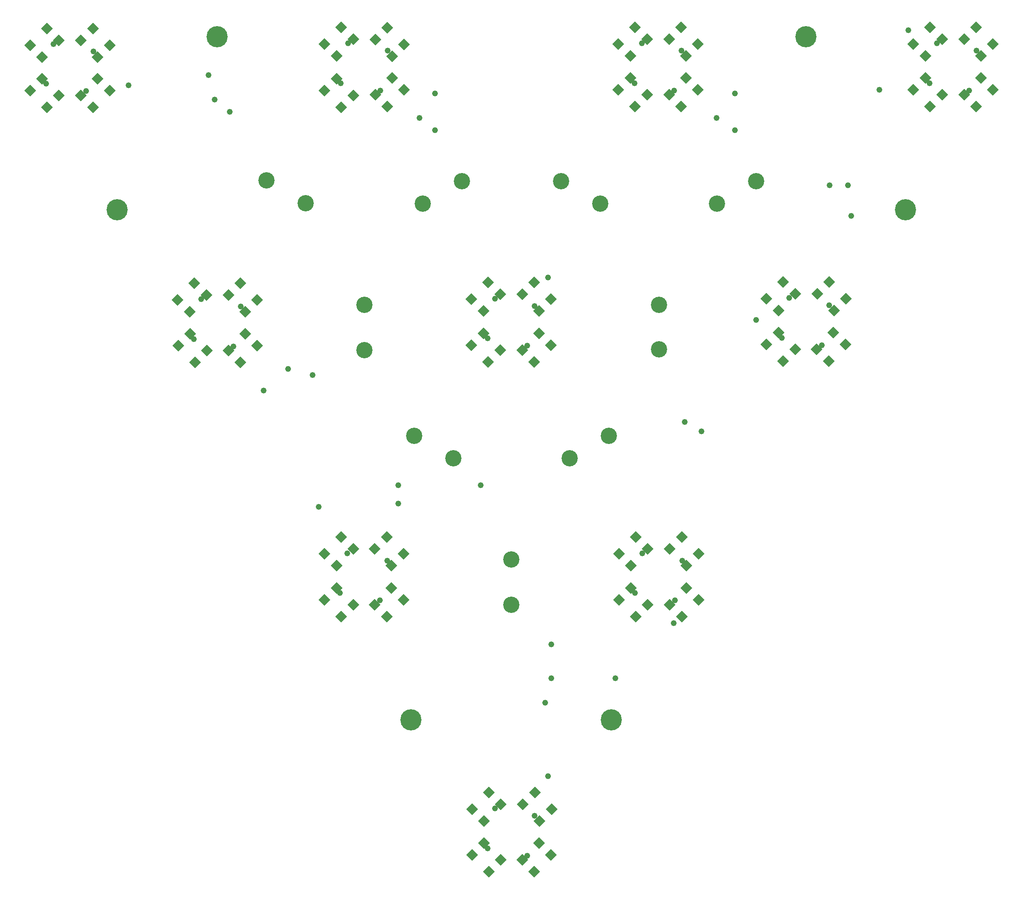
<source format=gts>
%FSLAX25Y25*%
%MOIN*%
G70*
G01*
G75*
G04 Layer_Color=128*
%ADD10P,0.08352X4X90.0*%
%ADD11P,0.08352X4X180.0*%
%ADD12C,0.05000*%
%ADD13C,0.02500*%
%ADD14C,0.16500*%
%ADD15C,0.04000*%
%ADD16C,0.12500*%
%ADD17R,0.05000X0.08000*%
%ADD18R,0.08000X0.05000*%
G04:AMPARAMS|DCode=19|XSize=122.05mil|YSize=177.16mil|CornerRadius=0mil|HoleSize=0mil|Usage=FLASHONLY|Rotation=210.000|XOffset=0mil|YOffset=0mil|HoleType=Round|Shape=Rectangle|*
%AMROTATEDRECTD19*
4,1,4,0.00856,0.10723,0.09714,-0.04620,-0.00856,-0.10723,-0.09714,0.04620,0.00856,0.10723,0.0*
%
%ADD19ROTATEDRECTD19*%

G04:AMPARAMS|DCode=20|XSize=122.05mil|YSize=177.16mil|CornerRadius=0mil|HoleSize=0mil|Usage=FLASHONLY|Rotation=150.000|XOffset=0mil|YOffset=0mil|HoleType=Round|Shape=Rectangle|*
%AMROTATEDRECTD20*
4,1,4,0.09714,0.04620,0.00856,-0.10723,-0.09714,-0.04620,-0.00856,0.10723,0.09714,0.04620,0.0*
%
%ADD20ROTATEDRECTD20*%

%ADD21R,0.17716X0.12205*%
%ADD22C,0.01000*%
%ADD23C,0.01200*%
%ADD24C,0.01500*%
%ADD25P,0.06937X4X90.0*%
%ADD26P,0.06937X4X180.0*%
%ADD27R,0.04000X0.07000*%
%ADD28R,0.07000X0.04000*%
G04:AMPARAMS|DCode=29|XSize=112.05mil|YSize=167.16mil|CornerRadius=0mil|HoleSize=0mil|Usage=FLASHONLY|Rotation=210.000|XOffset=0mil|YOffset=0mil|HoleType=Round|Shape=Rectangle|*
%AMROTATEDRECTD29*
4,1,4,0.00673,0.10040,0.09031,-0.04437,-0.00673,-0.10040,-0.09031,0.04437,0.00673,0.10040,0.0*
%
%ADD29ROTATEDRECTD29*%

G04:AMPARAMS|DCode=30|XSize=112.05mil|YSize=167.16mil|CornerRadius=0mil|HoleSize=0mil|Usage=FLASHONLY|Rotation=150.000|XOffset=0mil|YOffset=0mil|HoleType=Round|Shape=Rectangle|*
%AMROTATEDRECTD30*
4,1,4,0.09031,0.04437,0.00673,-0.10040,-0.09031,-0.04437,-0.00673,0.10040,0.09031,0.04437,0.0*
%
%ADD30ROTATEDRECTD30*%

%ADD31R,0.16716X0.11205*%
%ADD32P,0.09483X4X90.0*%
%ADD33P,0.09483X4X180.0*%
%ADD34C,0.17300*%
%ADD35C,0.04800*%
%ADD36C,0.13300*%
D32*
X897051Y834808D02*
D03*
X887308Y844551D02*
D03*
X910692Y848449D02*
D03*
X900949Y858192D02*
D03*
X942449Y816692D02*
D03*
X952192Y806949D02*
D03*
X928808Y803051D02*
D03*
X938551Y793308D02*
D03*
X1303449Y1025192D02*
D03*
X1313192Y1015449D02*
D03*
X1289808Y1011551D02*
D03*
X1299551Y1001808D02*
D03*
X1258051Y1043308D02*
D03*
X1248308Y1053051D02*
D03*
X1271692Y1056949D02*
D03*
X1261949Y1066692D02*
D03*
X1182949Y817192D02*
D03*
X1192692Y807449D02*
D03*
X1169308Y803551D02*
D03*
X1179051Y793808D02*
D03*
X1138051Y835308D02*
D03*
X1128308Y845051D02*
D03*
X1151692Y848949D02*
D03*
X1141949Y858692D02*
D03*
X1062449Y1025192D02*
D03*
X1072192Y1015449D02*
D03*
X1048808Y1011551D02*
D03*
X1058551Y1001808D02*
D03*
X1017051Y1043308D02*
D03*
X1007308Y1053051D02*
D03*
X1030692Y1056949D02*
D03*
X1020949Y1066692D02*
D03*
X698551Y792808D02*
D03*
X688808Y802551D02*
D03*
X712192Y806449D02*
D03*
X702449Y816192D02*
D03*
X660949Y857692D02*
D03*
X670692Y847949D02*
D03*
X647308Y844051D02*
D03*
X657051Y834308D02*
D03*
X938551Y376808D02*
D03*
X928808Y386551D02*
D03*
X952192Y390449D02*
D03*
X942449Y400192D02*
D03*
X911192Y431949D02*
D03*
X887808Y428051D02*
D03*
X897551Y418308D02*
D03*
X540449Y1065692D02*
D03*
X550192Y1055949D02*
D03*
X526808Y1052051D02*
D03*
X536551Y1042308D02*
D03*
X578051Y1001308D02*
D03*
X568308Y1011051D02*
D03*
X591692Y1014949D02*
D03*
X581949Y1024692D02*
D03*
X818051Y585308D02*
D03*
X808308Y595051D02*
D03*
X831692Y598949D02*
D03*
X780949Y650192D02*
D03*
X790692Y640449D02*
D03*
X767308Y636551D02*
D03*
X777051Y626808D02*
D03*
X780949Y1066692D02*
D03*
X790692Y1056949D02*
D03*
X767308Y1053051D02*
D03*
X777051Y1043308D02*
D03*
X818551Y1001808D02*
D03*
X808808Y1011551D02*
D03*
X832192Y1015449D02*
D03*
X822449Y1025192D02*
D03*
X1021449Y650192D02*
D03*
X1031192Y640449D02*
D03*
X1007808Y636551D02*
D03*
X1017551Y626808D02*
D03*
X1059051Y585308D02*
D03*
X1049308Y595051D02*
D03*
X1072692Y598949D02*
D03*
X1062949Y608692D02*
D03*
X821949D02*
D03*
X901449Y441692D02*
D03*
D33*
X910692Y803051D02*
D03*
X900949Y793308D02*
D03*
X897051Y816692D02*
D03*
X887308Y806949D02*
D03*
X928808Y848449D02*
D03*
X938551Y858192D02*
D03*
X942449Y834808D02*
D03*
X952192Y844551D02*
D03*
X1271692Y1011551D02*
D03*
X1261949Y1001808D02*
D03*
X1258051Y1025192D02*
D03*
X1248308Y1015449D02*
D03*
X1289808Y1056949D02*
D03*
X1299551Y1066692D02*
D03*
X1303449Y1043308D02*
D03*
X1313192Y1053051D02*
D03*
X1169808Y848949D02*
D03*
X1179551Y858692D02*
D03*
X1183449Y835308D02*
D03*
X1193192Y845051D02*
D03*
X1048808Y1056949D02*
D03*
X1058551Y1066692D02*
D03*
X1062449Y1043308D02*
D03*
X1072192Y1053051D02*
D03*
X1030692Y1011551D02*
D03*
X1020949Y1001808D02*
D03*
X1017051Y1025192D02*
D03*
X1007308Y1015449D02*
D03*
X647808Y806449D02*
D03*
X657551Y816192D02*
D03*
X661449Y792808D02*
D03*
X671192Y802551D02*
D03*
X712192Y844051D02*
D03*
X702449Y834308D02*
D03*
X698551Y857692D02*
D03*
X688808Y847949D02*
D03*
X952692Y428051D02*
D03*
X942949Y418308D02*
D03*
X939051Y441692D02*
D03*
X929308Y431949D02*
D03*
X887808Y390449D02*
D03*
X897551Y400192D02*
D03*
X901449Y376808D02*
D03*
X911192Y386551D02*
D03*
X526808Y1014949D02*
D03*
X536551Y1024692D02*
D03*
X540449Y1001308D02*
D03*
X550192Y1011051D02*
D03*
X591692Y1052051D02*
D03*
X581949Y1042308D02*
D03*
X578051Y1065692D02*
D03*
X568308Y1055949D02*
D03*
X767308Y598949D02*
D03*
X777051Y608692D02*
D03*
X780949Y585308D02*
D03*
X790692Y595051D02*
D03*
X831692Y636551D02*
D03*
X821949Y626808D02*
D03*
X818051Y650192D02*
D03*
X808308Y640449D02*
D03*
X767308Y1014949D02*
D03*
X777051Y1024692D02*
D03*
X780949Y1001308D02*
D03*
X790692Y1011051D02*
D03*
X832192Y1052551D02*
D03*
X822449Y1042808D02*
D03*
X818551Y1066192D02*
D03*
X808808Y1056449D02*
D03*
X1007808Y598949D02*
D03*
X1017551Y608692D02*
D03*
X1021449Y585308D02*
D03*
X1031192Y595051D02*
D03*
X1072692Y636551D02*
D03*
X1062949Y626808D02*
D03*
X1059051Y650192D02*
D03*
X1049308Y640449D02*
D03*
X1128308Y807449D02*
D03*
X1138051Y817192D02*
D03*
X1141949Y793808D02*
D03*
X1151692Y803551D02*
D03*
D34*
X1160500Y1059000D02*
D03*
X1242000Y917500D02*
D03*
X838000Y501000D02*
D03*
X1001500D02*
D03*
X679500Y1059000D02*
D03*
X598000Y917500D02*
D03*
D35*
X762500Y675000D02*
D03*
X827500Y692500D02*
D03*
Y677500D02*
D03*
X717500Y770000D02*
D03*
X757500Y782500D02*
D03*
X737500Y787500D02*
D03*
X607133Y1019210D02*
D03*
X672500Y1027500D02*
D03*
X690000Y997500D02*
D03*
X677500Y1007500D02*
D03*
X1197500Y912500D02*
D03*
X1102500Y1012500D02*
D03*
X1087500Y992500D02*
D03*
X1102500Y982500D02*
D03*
X857500Y1012500D02*
D03*
X947500Y515000D02*
D03*
X1075258Y736689D02*
D03*
X1195000Y937500D02*
D03*
X845000Y992500D02*
D03*
X1180000Y937500D02*
D03*
X1061531Y744408D02*
D03*
X857500Y982500D02*
D03*
X933000Y390000D02*
D03*
X939000Y422500D02*
D03*
X906500Y428500D02*
D03*
X900500Y396000D02*
D03*
X812500Y598500D02*
D03*
X818500Y631000D02*
D03*
X786000Y637000D02*
D03*
X780000Y604500D02*
D03*
X1053500Y598500D02*
D03*
X1059500Y631000D02*
D03*
X1027000Y637000D02*
D03*
X1021000Y604500D02*
D03*
X1173500Y807000D02*
D03*
X1179500Y839500D02*
D03*
X1147000Y845500D02*
D03*
X1141000Y813000D02*
D03*
X933000Y806500D02*
D03*
X939000Y839000D02*
D03*
X906500Y845000D02*
D03*
X900500Y812500D02*
D03*
X693000Y806000D02*
D03*
X699000Y838500D02*
D03*
X666500Y844500D02*
D03*
X660500Y812000D02*
D03*
X572500Y1014500D02*
D03*
X578500Y1047000D02*
D03*
X546000Y1053000D02*
D03*
X540000Y1020500D02*
D03*
X813000Y1015000D02*
D03*
X819000Y1047500D02*
D03*
X786500Y1053500D02*
D03*
X780500Y1021000D02*
D03*
X1020500D02*
D03*
X1026500Y1053500D02*
D03*
X1059000Y1047500D02*
D03*
X1053000Y1015000D02*
D03*
X1294000D02*
D03*
X1261500Y1021000D02*
D03*
X1267500Y1053500D02*
D03*
X1300000Y1047500D02*
D03*
X1244276Y1064276D02*
D03*
X1220449Y1015449D02*
D03*
X949776Y862224D02*
D03*
X1120000Y827500D02*
D03*
X1052500Y580000D02*
D03*
X950000Y455000D02*
D03*
X952500Y562500D02*
D03*
Y535000D02*
D03*
X1005000D02*
D03*
X895000Y692500D02*
D03*
D36*
X999500Y733000D02*
D03*
X967500Y714500D02*
D03*
X872500D02*
D03*
X840500Y733000D02*
D03*
X1088000Y922500D02*
D03*
X1120000Y941000D02*
D03*
X992500Y922500D02*
D03*
X960500Y941000D02*
D03*
X879500D02*
D03*
X847500Y922500D02*
D03*
X752000Y923000D02*
D03*
X720000Y941500D02*
D03*
X800000Y840000D02*
D03*
Y803000D02*
D03*
X1040500Y840000D02*
D03*
Y803500D02*
D03*
X920000Y632000D02*
D03*
Y595000D02*
D03*
M02*

</source>
